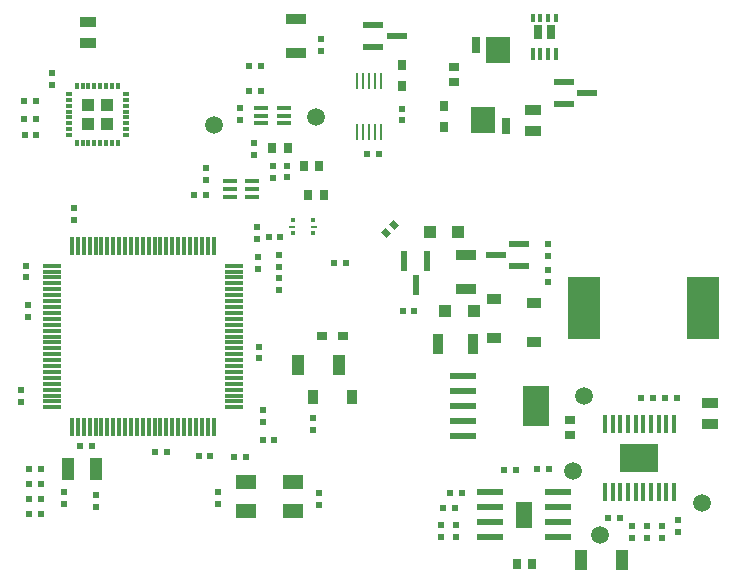
<source format=gtp>
%FSTAX24Y24*%
%MOIN*%
%SFA1B1*%

%IPPOS*%
%AMD27*
4,1,4,0.001400,-0.015300,0.015300,-0.001400,-0.001400,0.015300,-0.015300,0.001400,0.001400,-0.015300,0.0*
%
%ADD10R,0.035400X0.031500*%
%ADD11R,0.023600X0.019700*%
%ADD12R,0.070900X0.047200*%
%ADD13R,0.011000X0.055100*%
%ADD14R,0.055100X0.033500*%
%ADD17R,0.019700X0.023600*%
%ADD18R,0.086600X0.137800*%
%ADD19R,0.086600X0.023600*%
%ADD20R,0.049200X0.037400*%
%ADD21C,0.059100*%
%ADD22R,0.017700X0.059100*%
%ADD23R,0.126000X0.096500*%
%ADD24R,0.023600X0.070900*%
%ADD25R,0.086600X0.019700*%
G04~CAMADD=27~9~0.0~0.0~197.0~236.0~0.0~0.0~0~0.0~0.0~0.0~0.0~0~0.0~0.0~0.0~0.0~0~0.0~0.0~0.0~225.0~306.0~305.0*
%ADD27D27*%
%ADD28R,0.035400X0.070900*%
%ADD29R,0.070900X0.035400*%
%ADD30R,0.070900X0.023600*%
%ADD31R,0.110200X0.208700*%
%ADD32R,0.039400X0.066900*%
%ADD33R,0.031500X0.035400*%
%ADD34R,0.045300X0.013800*%
%ADD35R,0.011800X0.023600*%
%ADD36R,0.023600X0.011800*%
%ADD38R,0.011800X0.059100*%
%ADD39R,0.059100X0.011800*%
%ADD40R,0.037400X0.049200*%
%ADD41R,0.015900X0.039000*%
%ADD42R,0.015900X0.029900*%
%ADD44R,0.029900X0.055100*%
%ADD45R,0.079900X0.090200*%
%ADD46R,0.040200X0.040200*%
%ADD47R,0.031500X0.035400*%
%ADD48R,0.035400X0.031500*%
%ADD49R,0.043300X0.074800*%
%ADD98R,0.039400X0.039400*%
%ADD99R,0.031500X0.045300*%
%ADD100R,0.017700X0.012800*%
%ADD101R,0.023600X0.009800*%
%ADD102R,0.056300X0.090600*%
%LNee4951_bpm_reva-1*%
%LPD*%
G54D10*
X025344Y023484D03*
Y022972D03*
X029213Y011201D03*
Y011713D03*
G54D11*
X019508Y016033D03*
Y016427D03*
X019498Y017205D03*
Y016811D03*
X023593Y022087D03*
Y021693D03*
X03126Y008179D03*
Y007785D03*
X031762Y008179D03*
Y007785D03*
X032283Y008179D03*
Y007785D03*
X028465Y016713D03*
Y016319D03*
X028474Y017569D03*
Y017175D03*
X024892Y008189D03*
Y007795D03*
X02065Y011782D03*
Y011388D03*
X032795Y008376D03*
Y007982D03*
X025404Y007795D03*
Y008189D03*
X018957Y012037D03*
Y011644D03*
X019754Y019793D03*
Y020187D03*
X018671Y020541D03*
Y020935D03*
X020837Y008888D03*
Y009281D03*
X01748Y009311D03*
Y008917D03*
X011949Y023268D03*
Y022874D03*
X011122Y015541D03*
Y015148D03*
X010906Y012709D03*
Y012315D03*
X018848Y014154D03*
Y01376D03*
X018789Y017146D03*
Y016752D03*
X020915Y023996D03*
Y02439D03*
X018199Y022106D03*
Y021713D03*
X01876Y01814D03*
Y017746D03*
X019301Y020157D03*
Y019764D03*
X011073Y01685D03*
Y016457D03*
X017077Y019715D03*
Y020108D03*
X012667Y018386D03*
Y01878D03*
X012323Y009301D03*
Y008907D03*
X013406Y009193D03*
Y008799D03*
G54D12*
X01997Y009626D03*
X018396D03*
Y008681D03*
X01997D03*
G54D13*
X022904Y021313D03*
X022707D03*
X02251D03*
X022313D03*
X022116D03*
Y022998D03*
X022313D03*
X02251D03*
X022707D03*
X022904D03*
G54D14*
X027972Y022028D03*
Y021339D03*
X033868Y012264D03*
Y011575D03*
X01313Y024961D03*
Y024272D03*
G54D17*
X022835Y020561D03*
X022441D03*
X023622Y015354D03*
X024016D03*
X025591Y009281D03*
X025197D03*
X027402Y010039D03*
X027008D03*
X031565Y012441D03*
X031959D03*
X02497Y00878D03*
X025364D03*
X030856Y008425D03*
X030463D03*
X017992Y010472D03*
X018386D03*
X01935Y011053D03*
X018957D03*
X011417Y021211D03*
X011024D03*
X018907Y022657D03*
X018514D03*
X011407Y021732D03*
X011014D03*
X016821Y010492D03*
X017215D03*
X011407Y022323D03*
X011014D03*
X018494Y023504D03*
X018888D03*
X015778Y01065D03*
X015384D03*
X019154Y017805D03*
X019547D03*
X028504Y010079D03*
X02811D03*
X032766Y012451D03*
X032372D03*
X016683Y019203D03*
X017077D03*
X021339Y016949D03*
X021732D03*
X011171Y010059D03*
X011565D03*
X011171Y009567D03*
X011565D03*
X011171Y009085D03*
X011565D03*
X011171Y008583D03*
X011565D03*
X012864Y010827D03*
X013258D03*
G54D18*
X028071Y012175D03*
G54D19*
X02563Y011175D03*
Y011675D03*
Y012175D03*
Y012675D03*
Y013175D03*
G54D20*
X026673Y014439D03*
Y015738D03*
X027992Y014311D03*
Y01561D03*
G54D21*
X020748Y021811D03*
X029656Y01252D03*
X030207Y007864D03*
X033612Y008937D03*
X029311Y01D03*
X017343Y021545D03*
G54D22*
X030364Y009291D03*
X03062D03*
X030876D03*
X031132D03*
X031388D03*
X031644D03*
X0319D03*
X032156D03*
X032411D03*
X032667D03*
Y011575D03*
X032411D03*
X032156D03*
X0319D03*
X031644D03*
X031388D03*
X031132D03*
X030876D03*
X03062D03*
X030364D03*
G54D23*
X031516Y010433D03*
G54D24*
X024428Y017005D03*
X02368D03*
X024054Y016218D03*
G54D25*
X028809Y007793D03*
Y008293D03*
Y008793D03*
Y009293D03*
X026545D03*
Y008793D03*
Y008293D03*
Y007793D03*
G54D27*
X023069Y017942D03*
X023348Y01822D03*
G54D28*
X025955Y014232D03*
X024813D03*
G54D29*
X025728Y016063D03*
Y017205D03*
X020069Y023927D03*
Y025069D03*
G54D30*
X027517Y016832D03*
Y01758D03*
X02673Y017206D03*
X023437Y024497D03*
X02265Y024123D03*
Y024871D03*
X028989Y022981D03*
Y022233D03*
X029776Y022607D03*
G54D31*
X033642Y015433D03*
X029665D03*
G54D32*
X030935Y007037D03*
X029557D03*
X021506Y013553D03*
X020128D03*
G54D33*
X027421Y00689D03*
X027933D03*
X019793Y020768D03*
X019282D03*
X020846Y020157D03*
X020335D03*
X020482Y019193D03*
X020994D03*
G54D34*
X019665Y021594D03*
Y02185D03*
Y022106D03*
X018917D03*
Y02185D03*
Y021594D03*
X018602Y019665D03*
Y019409D03*
Y019154D03*
X017854D03*
Y019409D03*
Y019665D03*
G54D35*
X014134Y020945D03*
X013937D03*
X01374D03*
X013543D03*
X013346D03*
X01315D03*
X012953D03*
X012756D03*
Y022835D03*
X012953D03*
X01315D03*
X013346D03*
X013543D03*
X01374D03*
X013937D03*
X014134D03*
G54D36*
X0125Y021201D03*
Y021398D03*
Y021594D03*
Y021791D03*
Y021988D03*
Y022185D03*
Y022382D03*
Y022579D03*
X01439D03*
Y022382D03*
Y022185D03*
Y021988D03*
Y021791D03*
Y021594D03*
Y021398D03*
Y021201D03*
G54D38*
X016142Y011457D03*
X012598Y01752D03*
X012795D03*
X012992D03*
X013189D03*
X013386D03*
X013583D03*
X01378D03*
X013976D03*
X014173D03*
X01437D03*
X014567D03*
X014764D03*
X014961D03*
X015157D03*
X015354D03*
X015551D03*
X015748D03*
X015945D03*
X016142D03*
X016339D03*
X016535D03*
X016732D03*
X016929D03*
X017126D03*
X017323D03*
Y011457D03*
X017126D03*
X016929D03*
X016732D03*
X016535D03*
X016339D03*
X015945D03*
X015748D03*
X015551D03*
X015354D03*
X015157D03*
X014961D03*
X014764D03*
X014567D03*
X01437D03*
X014173D03*
X013976D03*
X01378D03*
X013583D03*
X013386D03*
X013189D03*
X012992D03*
X012795D03*
X012598D03*
G54D39*
X017992Y01685D03*
Y016654D03*
Y016457D03*
Y01626D03*
Y016063D03*
Y015866D03*
Y015669D03*
Y015472D03*
Y015276D03*
Y015079D03*
Y014882D03*
Y014685D03*
Y014488D03*
Y014291D03*
Y014094D03*
Y013898D03*
Y013701D03*
Y013504D03*
Y013307D03*
Y01311D03*
Y012913D03*
Y012717D03*
Y01252D03*
Y012323D03*
Y012126D03*
X011929D03*
Y012323D03*
Y01252D03*
Y012717D03*
Y012913D03*
Y01311D03*
Y013307D03*
Y013504D03*
Y013701D03*
Y013898D03*
Y014094D03*
Y014291D03*
Y014488D03*
Y014685D03*
Y014882D03*
Y015079D03*
Y015276D03*
Y015472D03*
Y015669D03*
Y015866D03*
Y016063D03*
Y01626D03*
Y016457D03*
Y016654D03*
Y01685D03*
G54D40*
X02065Y01247D03*
X021949D03*
G54D41*
X027957Y023913D03*
X028217D03*
X028476D03*
X028736D03*
G54D42*
X028736Y025089D03*
X028476D03*
X028217D03*
X027957D03*
G54D44*
X027065Y021514D03*
X026065Y024215D03*
G54D45*
X026315Y021689D03*
X026815Y024039D03*
G54D46*
X024526Y017972D03*
X025474D03*
X025986Y015354D03*
X025037D03*
G54D47*
X02499Y022185D03*
Y021476D03*
X023593Y023543D03*
Y022835D03*
G54D48*
X021644Y014508D03*
X020935D03*
G54D49*
X012461Y010079D03*
X013406D03*
G54D98*
X01376Y021575D03*
X01313D03*
Y022205D03*
X01376D03*
G54D99*
X028563Y024636D03*
X02813D03*
G54D100*
X01998Y018361D03*
Y017938D03*
X02065D03*
Y018361D03*
G54D101*
X019951Y01815D03*
X020679D03*
G54D102*
X027677Y008543D03*
M02*
</source>
